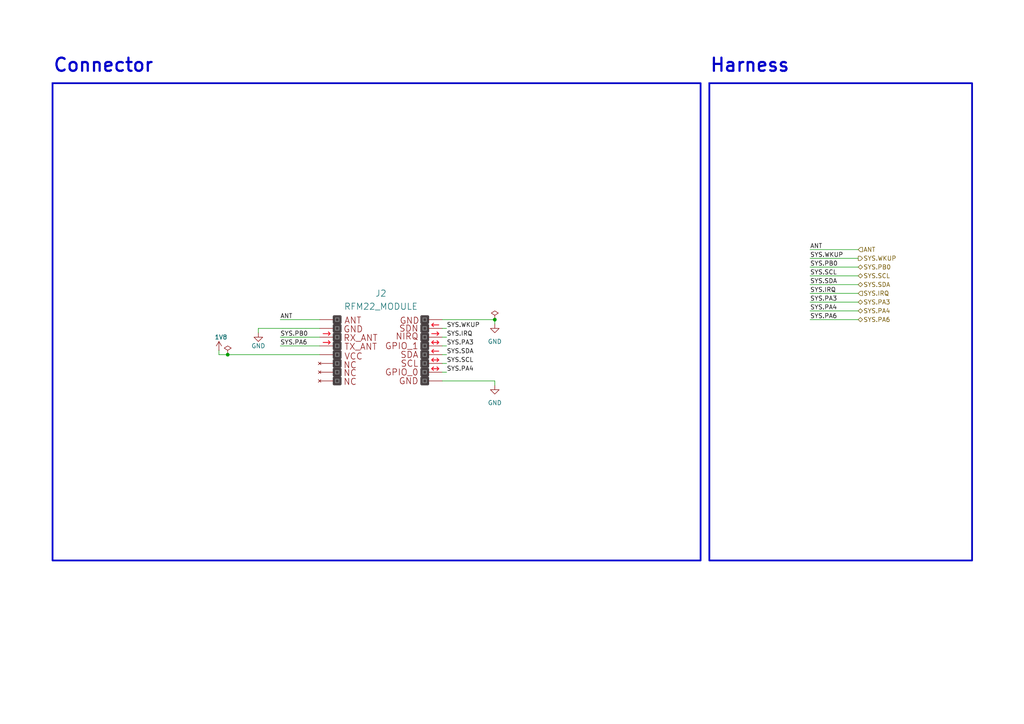
<source format=kicad_sch>
(kicad_sch (version 20250114) (generator "eeschema") (generator_version "9.0")
  (paper "A4")
  (title_block (title "WakeMod") (date "09.05.2025") (rev "v1.1") (company "D-ITET PBL") (comment 1 "Silvano Cortesi"))
  (lib_symbols
    (symbol "#sc:connector/RFM22_MODULE"
      (property "Reference" "J" (at -0.254 10.16 0))
      (property "Value" "RFM22_MODULE" (at 10.16 -13.97 0))
      (symbol "connector/RFM22_MODULE_1_0"
        (polyline (pts (xy -4.064 3.556) (xy -2.032 3.556) (xy -2.54 3.048)) (stroke (width 0.254) (color 238 14 34 1)))
        (polyline (pts (xy -4.064 1.016) (xy -2.032 1.016) (xy -2.54 0.508)) (stroke (width 0.254) (color 238 14 34 1)))
        (polyline (pts (xy -2.032 3.556) (xy -2.54 4.064)) (stroke (width 0.254) (color 238 14 34 1)))
        (polyline (pts (xy -2.032 1.016) (xy -2.54 1.524)) (stroke (width 0.254) (color 238 14 34 1)))
        (polyline (pts (xy -1.27 8.382) (xy -1.27 6.604) (xy -1.016 6.35) (xy 1.016 6.35) (xy 1.27 6.604) (xy 1.27 8.636) (xy 1.016 8.89) (xy -1.016 8.89) (xy -1.27 8.636) (xy -1.27 8.382)) (stroke (width -0.0001) (color 68 60 62 1)) (fill (type outline)))
        (polyline (pts (xy -1.27 5.842) (xy -1.27 4.064) (xy -1.016 3.81) (xy 1.016 3.81) (xy 1.27 4.064) (xy 1.27 6.096) (xy 1.016 6.35) (xy -1.016 6.35) (xy -1.27 6.096) (xy -1.27 5.842)) (stroke (width -0.0001) (color 68 60 62 1)) (fill (type outline)))
        (polyline (pts (xy -1.27 3.302) (xy -1.27 1.524) (xy -1.016 1.27) (xy 1.016 1.27) (xy 1.27 1.524) (xy 1.27 3.556) (xy 1.016 3.81) (xy -1.016 3.81) (xy -1.27 3.556) (xy -1.27 3.302)) (stroke (width -0.0001) (color 68 60 62 1)) (fill (type outline)))
        (polyline (pts (xy -1.27 0.762) (xy -1.27 -1.016) (xy -1.016 -1.27) (xy 1.016 -1.27) (xy 1.27 -1.016) (xy 1.27 1.016) (xy 1.016 1.27) (xy -1.016 1.27) (xy -1.27 1.016) (xy -1.27 0.762)) (stroke (width -0.0001) (color 68 60 62 1)) (fill (type outline)))
        (polyline (pts (xy -1.27 -1.778) (xy -1.27 -3.556) (xy -1.016 -3.81) (xy 1.016 -3.81) (xy 1.27 -3.556) (xy 1.27 -1.524) (xy 1.016 -1.27) (xy -1.016 -1.27) (xy -1.27 -1.524) (xy -1.27 -1.778)) (stroke (width -0.0001) (color 68 60 62 1)) (fill (type outline)))
        (polyline (pts (xy -1.27 -4.318) (xy -1.27 -6.096) (xy -1.016 -6.35) (xy 1.016 -6.35) (xy 1.27 -6.096) (xy 1.27 -4.064) (xy 1.016 -3.81) (xy -1.016 -3.81) (xy -1.27 -4.064) (xy -1.27 -4.318)) (stroke (width -0.0001) (color 68 60 62 1)) (fill (type outline)))
        (polyline (pts (xy -1.27 -6.858) (xy -1.27 -8.636) (xy -1.016 -8.89) (xy 1.016 -8.89) (xy 1.27 -8.636) (xy 1.27 -6.604) (xy 1.016 -6.35) (xy -1.016 -6.35) (xy -1.27 -6.604) (xy -1.27 -6.858)) (stroke (width -0.0001) (color 68 60 62 1)) (fill (type outline)))
        (polyline (pts (xy -1.27 -9.398) (xy -1.27 -11.176) (xy -1.016 -11.43) (xy 1.016 -11.43) (xy 1.27 -11.176) (xy 1.27 -9.144) (xy 1.016 -8.89) (xy -1.016 -8.89) (xy -1.27 -9.144) (xy -1.27 -9.398)) (stroke (width -0.0001) (color 68 60 62 1)) (fill (type outline)))
        (rectangle (start 0.508 8.128) (end -0.508 7.112) (stroke (width 0.254) (color 128 128 128 1)) (fill (type color) (color 255 255 255 1)))
        (rectangle (start 0.508 5.588) (end -0.508 4.572) (stroke (width 0.254) (color 128 128 128 1)) (fill (type color) (color 255 255 255 1)))
        (rectangle (start 0.508 3.048) (end -0.508 2.032) (stroke (width 0.254) (color 128 128 128 1)) (fill (type color) (color 255 255 255 1)))
        (rectangle (start 0.508 0.508) (end -0.508 -0.508) (stroke (width 0.254) (color 128 128 128 1)) (fill (type background)))
        (rectangle (start 0.508 -2.032) (end -0.508 -3.048) (stroke (width 0.254) (color 128 128 128 1)) (fill (type color) (color 255 255 255 1)))
        (rectangle (start 0.508 -4.572) (end -0.508 -5.588) (stroke (width 0.254) (color 128 128 128 1)) (fill (type color) (color 255 255 255 1)))
        (rectangle (start 0.508 -7.112) (end -0.508 -8.128) (stroke (width 0.254) (color 128 128 128 1)) (fill (type color) (color 255 255 255 1)))
        (rectangle (start 0.508 -9.652) (end -0.508 -10.668) (stroke (width 0.254) (color 128 128 128 1)) (fill (type color) (color 255 255 255 1)))
        (polyline (pts (xy 24.13 8.382) (xy 24.13 6.604) (xy 24.384 6.35) (xy 26.416 6.35) (xy 26.67 6.604) (xy 26.67 8.636) (xy 26.416 8.89) (xy 24.384 8.89) (xy 24.13 8.636) (xy 24.13 8.382)) (stroke (width -0.0001) (color 68 60 62 1)) (fill (type outline)))
        (polyline (pts (xy 24.13 5.842) (xy 24.13 4.064) (xy 24.384 3.81) (xy 26.416 3.81) (xy 26.67 4.064) (xy 26.67 6.096) (xy 26.416 6.35) (xy 24.384 6.35) (xy 24.13 6.096) (xy 24.13 5.842)) (stroke (width -0.0001) (color 68 60 62 1)) (fill (type outline)))
        (polyline (pts (xy 24.13 3.302) (xy 24.13 1.524) (xy 24.384 1.27) (xy 26.416 1.27) (xy 26.67 1.524) (xy 26.67 3.556) (xy 26.416 3.81) (xy 24.384 3.81) (xy 24.13 3.556) (xy 24.13 3.302)) (stroke (width -0.0001) (color 68 60 62 1)) (fill (type outline)))
        (polyline (pts (xy 24.13 0.762) (xy 24.13 -1.016) (xy 24.384 -1.27) (xy 26.416 -1.27) (xy 26.67 -1.016) (xy 26.67 1.016) (xy 26.416 1.27) (xy 24.384 1.27) (xy 24.13 1.016) (xy 24.13 0.762)) (stroke (width -0.0001) (color 68 60 62 1)) (fill (type outline)))
        (polyline (pts (xy 24.13 -1.778) (xy 24.13 -3.556) (xy 24.384 -3.81) (xy 26.416 -3.81) (xy 26.67 -3.556) (xy 26.67 -1.524) (xy 26.416 -1.27) (xy 24.384 -1.27) (xy 24.13 -1.524) (xy 24.13 -1.778)) (stroke (width -0.0001) (color 68 60 62 1)) (fill (type outline)))
        (polyline (pts (xy 24.13 -4.318) (xy 24.13 -6.096) (xy 24.384 -6.35) (xy 26.416 -6.35) (xy 26.67 -6.096) (xy 26.67 -4.064) (xy 26.416 -3.81) (xy 24.384 -3.81) (xy 24.13 -4.064) (xy 24.13 -4.318)) (stroke (width -0.0001) (color 68 60 62 1)) (fill (type outline)))
        (polyline (pts (xy 24.13 -6.858) (xy 24.13 -8.636) (xy 24.384 -8.89) (xy 26.416 -8.89) (xy 26.67 -8.636) (xy 26.67 -6.604) (xy 26.416 -6.35) (xy 24.384 -6.35) (xy 24.13 -6.604) (xy 24.13 -6.858)) (stroke (width -0.0001) (color 68 60 62 1)) (fill (type outline)))
        (polyline (pts (xy 24.13 -9.398) (xy 24.13 -11.176) (xy 24.384 -11.43) (xy 26.416 -11.43) (xy 26.67 -11.176) (xy 26.67 -9.144) (xy 26.416 -8.89) (xy 24.384 -8.89) (xy 24.13 -9.144) (xy 24.13 -9.398)) (stroke (width -0.0001) (color 68 60 62 1)) (fill (type outline)))
        (rectangle (start 25.908 8.128) (end 24.892 7.112) (stroke (width 0.254) (color 128 128 128 1)) (fill (type color) (color 255 255 255 1)))
        (rectangle (start 25.908 5.588) (end 24.892 4.572) (stroke (width 0.254) (color 128 128 128 1)) (fill (type color) (color 255 255 255 1)))
        (rectangle (start 25.908 3.048) (end 24.892 2.032) (stroke (width 0.254) (color 128 128 128 1)) (fill (type color) (color 255 255 255 1)))
        (rectangle (start 25.908 0.508) (end 24.892 -0.508) (stroke (width 0.254) (color 128 128 128 1)) (fill (type color) (color 255 255 255 1)))
        (rectangle (start 25.908 -2.032) (end 24.892 -3.048) (stroke (width 0.254) (color 128 128 128 1)) (fill (type color) (color 255 255 255 1)))
        (rectangle (start 25.908 -4.572) (end 24.892 -5.588) (stroke (width 0.254) (color 128 128 128 1)) (fill (type color) (color 255 255 255 1)))
        (rectangle (start 25.908 -7.112) (end 24.892 -8.128) (stroke (width 0.254) (color 128 128 128 1)) (fill (type color) (color 255 255 255 1)))
        (rectangle (start 25.908 -9.652) (end 24.892 -10.668) (stroke (width 0.254) (color 128 128 128 1)) (fill (type color) (color 255 255 255 1)))
        (polyline (pts (xy 27.432 6.096) (xy 27.94 6.604)) (stroke (width 0.254) (color 238 14 34 1)))
        (polyline (pts (xy 27.432 3.556) (xy 29.464 3.556) (xy 28.956 4.064)) (stroke (width 0.254) (color 238 14 34 1)))
        (polyline (pts (xy 27.432 1.016) (xy 27.94 0.508)) (stroke (width 0.254) (color 238 14 34 1)))
        (polyline (pts (xy 27.432 1.016) (xy 29.464 1.016) (xy 28.956 0.508)) (stroke (width 0.254) (color 238 14 34 1)))
        (polyline (pts (xy 27.432 -1.524) (xy 27.94 -1.016)) (stroke (width 0.254) (color 238 14 34 1)))
        (polyline (pts (xy 27.432 -4.064) (xy 27.94 -4.572)) (stroke (width 0.254) (color 238 14 34 1)))
        (polyline (pts (xy 27.432 -4.064) (xy 29.464 -4.064) (xy 28.956 -4.572)) (stroke (width 0.254) (color 238 14 34 1)))
        (polyline (pts (xy 27.432 -6.604) (xy 27.94 -7.112)) (stroke (width 0.254) (color 238 14 34 1)))
        (polyline (pts (xy 27.432 -6.604) (xy 29.464 -6.604) (xy 28.956 -7.112)) (stroke (width 0.254) (color 238 14 34 1)))
        (polyline (pts (xy 27.94 1.524) (xy 27.432 1.016)) (stroke (width 0.254) (color 238 14 34 1)))
        (polyline (pts (xy 27.94 -3.556) (xy 27.432 -4.064)) (stroke (width 0.254) (color 238 14 34 1)))
        (polyline (pts (xy 27.94 -6.096) (xy 27.432 -6.604)) (stroke (width 0.254) (color 238 14 34 1)))
        (polyline (pts (xy 29.464 6.096) (xy 27.432 6.096) (xy 27.94 5.588)) (stroke (width 0.254) (color 238 14 34 1)))
        (polyline (pts (xy 29.464 3.556) (xy 28.956 3.048)) (stroke (width 0.254) (color 238 14 34 1)))
        (polyline (pts (xy 29.464 1.016) (xy 28.956 1.524)) (stroke (width 0.254) (color 238 14 34 1)))
        (polyline (pts (xy 29.464 -1.524) (xy 27.432 -1.524) (xy 27.94 -2.032)) (stroke (width 0.254) (color 238 14 34 1)))
        (polyline (pts (xy 29.464 -4.064) (xy 28.956 -3.556)) (stroke (width 0.254) (color 238 14 34 1)))
        (polyline (pts (xy 29.464 -6.604) (xy 28.956 -6.096)) (stroke (width 0.254) (color 238 14 34 1)))
        (text "GND" (at 1.778 3.81 0) (effects (font (size 1.8288 1.8288)) (justify left bottom)))
        (text "RX_ANT" (at 1.778 1.27 0) (effects (font (size 1.8288 1.8288)) (justify left bottom)))
        (text "NC" (at 1.778 -6.604 0) (effects (font (size 1.8288 1.8288)) (justify left bottom)))
        (text "NC" (at 1.778 -8.89 0) (effects (font (size 1.8288 1.8288)) (justify left bottom)))
        (text "NC" (at 1.778 -11.43 0) (effects (font (size 1.8288 1.8288)) (justify left bottom)))
        (text "ANT" (at 2.032 6.35 0) (effects (font (size 1.8288 1.8288)) (justify left bottom)))
        (text "TX_ANT" (at 2.032 -1.27 0) (effects (font (size 1.8288 1.8288)) (justify left bottom)))
        (text "VCC" (at 2.032 -4.064 0) (effects (font (size 1.8288 1.8288)) (justify left bottom)))
        (text "SDN" (at 23.622 5.08 0) (effects (font (size 1.8288 1.8288)) (justify right)))
        (text "NIRQ" (at 23.622 2.794 0) (effects (font (size 1.8288 1.8288)) (justify right)))
        (text "GPIO_1" (at 23.622 0 0) (effects (font (size 1.8288 1.8288)) (justify right)))
        (text "SDA" (at 23.622 -2.54 0) (effects (font (size 1.8288 1.8288)) (justify right)))
        (text "SCL" (at 23.622 -5.08 0) (effects (font (size 1.8288 1.8288)) (justify right)))
        (text "GPIO_0" (at 23.622 -7.62 0) (effects (font (size 1.8288 1.8288)) (justify right)))
        (text "GND" (at 23.622 -10.16 0) (effects (font (size 1.8288 1.8288)) (justify right)))
        (text "GND" (at 23.876 7.366 0) (effects (font (size 1.8288 1.8288)) (justify right)))
        (pin passive line (at -5.08 7.62 0) (length 3.81) (name "ANT") (number "1"))
        (pin passive line (at -5.08 5.08 0) (length 3.81) (name "GND") (number "2"))
        (pin passive line (at -5.08 2.54 0) (length 3.81) (name "RX_ANT") (number "3"))
        (pin passive line (at -5.08 0 0) (length 3.81) (name "TX_ANT") (number "4"))
        (pin passive line (at -5.08 -2.54 0) (length 3.81) (name "VCC") (number "5"))
        (pin no_connect line (at -5.08 -5.08 0) (length 3.81) (name "NC") (number "6"))
        (pin no_connect line (at -5.08 -7.62 0) (length 3.81) (name "NC") (number "7"))
        (pin no_connect line (at -5.08 -10.16 0) (length 3.81) (name "NC") (number "8"))
        (pin passive line (at 30.48 7.62 180) (length 3.81) (name "GND") (number "16"))
        (pin passive line (at 30.48 5.08 180) (length 3.81) (name "SDN") (number "15"))
        (pin passive line (at 30.48 2.54 180) (length 3.81) (name "NIRQ") (number "14"))
        (pin bidirectional line (at 30.48 0 180) (length 3.81) (name "GPIO_4") (number "13"))
        (pin passive line (at 30.48 -2.54 180) (length 3.81) (name "SDA") (number "12"))
        (pin passive line (at 30.48 -5.08 180) (length 3.81) (name "SCL") (number "11"))
        (pin bidirectional line (at 30.48 -7.62 180) (length 3.81) (name "GPIO_3") (number "10"))
        (pin passive line (at 30.48 -10.16 180) (length 3.81) (name "GND") (number "9"))
      )
    )
    (symbol "power:+1V8" (power) (pin_numbers (hide yes)) (pin_names (offset 0) (hide yes))
      (property "Value" "+1V8" (at 0 3.556 0))
      (symbol "+1V8_0_1"
        (polyline (pts (xy -0.762 1.27) (xy 0 2.54)))
        (polyline (pts (xy 0 2.54) (xy 0.762 1.27)))
        (polyline (pts (xy 0 0) (xy 0 2.54)))
      )
      (symbol "+1V8_1_1"
        (pin power_in line (at 0 0 90) (length 0) (name "~") (number "1"))
      )
    )
    (symbol "power:GND" (power) (pin_numbers (hide yes)) (pin_names (offset 0) (hide yes))
      (property "Value" "GND" (at 0 -3.81 0))
      (symbol "GND_0_1"
        (polyline (pts (xy 0 0) (xy 0 -1.27) (xy 1.27 -1.27) (xy 0 -2.54) (xy -1.27 -1.27) (xy 0 -1.27)))
      )
      (symbol "GND_1_1"
        (pin power_in line (at 0 0 270) (length 0) (name "~") (number "1"))
      )
    )
    (symbol "power:PWR_FLAG" (power) (pin_numbers (hide yes)) (pin_names (offset 0) (hide yes))
      (property "Value" "PWR_FLAG" (at 0 3.81 0))
      (symbol "PWR_FLAG_0_0"
        (pin power_out line (at 0 0 90) (length 0) (name "~") (number "1"))
      )
      (symbol "PWR_FLAG_0_1"
        (polyline (pts (xy 0 0) (xy 0 1.27) (xy -1.016 1.905) (xy 0 2.54) (xy 1.016 1.905) (xy 0 1.27)))
      )
    )
  )
  (rectangle (start 205.74 24.13) (end 281.94 162.56) (stroke (width 0.508)))
  (rectangle (start 15.24 24.13) (end 203.2 162.56) (stroke (width 0.508)))
  (text "Harness" (at 205.74 19.05 0) (effects (font (size 3.81 3.81) (thickness 0.635)) (justify left)))
  (text "Connector" (at 15.24 19.05 0) (effects (font (size 3.81 3.81) (thickness 0.635)) (justify left)))
  (junction (at 66.04 102.87))
  (junction (at 143.51 92.71))
  (wire (pts (xy 143.51 93.98) (xy 143.51 92.71)))
  (wire (pts (xy 128.27 92.71) (xy 143.51 92.71)))
  (wire (pts (xy 234.95 77.47) (xy 248.92 77.47)))
  (wire (pts (xy 128.27 110.49) (xy 143.51 110.49)))
  (wire (pts (xy 63.5 101.6) (xy 63.5 102.87)))
  (wire (pts (xy 129.54 107.95) (xy 128.27 107.95)))
  (wire (pts (xy 234.95 74.93) (xy 248.92 74.93)))
  (wire (pts (xy 234.95 82.55) (xy 248.92 82.55)))
  (wire (pts (xy 129.54 97.79) (xy 128.27 97.79)))
  (wire (pts (xy 74.93 95.25) (xy 92.71 95.25)))
  (wire (pts (xy 129.54 102.87) (xy 128.27 102.87)))
  (wire (pts (xy 234.95 85.09) (xy 248.92 85.09)))
  (wire (pts (xy 81.28 92.71) (xy 92.71 92.71)))
  (wire (pts (xy 143.51 111.76) (xy 143.51 110.49)))
  (wire (pts (xy 129.54 105.41) (xy 128.27 105.41)))
  (wire (pts (xy 234.95 90.17) (xy 248.92 90.17)))
  (wire (pts (xy 81.28 97.79) (xy 92.71 97.79)))
  (wire (pts (xy 234.95 80.01) (xy 248.92 80.01)))
  (wire (pts (xy 129.54 95.25) (xy 128.27 95.25)))
  (wire (pts (xy 66.04 102.87) (xy 92.71 102.87)))
  (wire (pts (xy 234.95 87.63) (xy 248.92 87.63)))
  (wire (pts (xy 128.27 100.33) (xy 129.54 100.33)))
  (wire (pts (xy 74.93 96.52) (xy 74.93 95.25)))
  (wire (pts (xy 234.95 72.39) (xy 248.92 72.39)))
  (wire (pts (xy 81.28 100.33) (xy 92.71 100.33)))
  (wire (pts (xy 63.5 102.87) (xy 66.04 102.87)))
  (wire (pts (xy 234.95 92.71) (xy 248.92 92.71)))
  (label "SYS.PA4" (at 129.54 107.95 0))
  (label "SYS.WKUP" (at 129.54 95.25 0))
  (label "SYS.PA6" (at 81.28 100.33 0))
  (label "SYS.IRQ" (at 234.95 85.09 0))
  (label "SYS.PB0" (at 81.28 97.79 0))
  (label "SYS.SCL" (at 234.95 80.01 0))
  (label "SYS.PB0" (at 234.95 77.47 0))
  (label "SYS.SDA" (at 234.95 82.55 0))
  (label "SYS.SCL" (at 129.54 105.41 0))
  (label "SYS.IRQ" (at 129.54 97.79 0))
  (label "ANT" (at 81.28 92.71 0))
  (label "SYS.PA3" (at 129.54 100.33 0))
  (label "SYS.SDA" (at 129.54 102.87 0))
  (label "SYS.PA3" (at 234.95 87.63 0))
  (label "SYS.PA4" (at 234.95 90.17 0))
  (label "SYS.PA6" (at 234.95 92.71 0))
  (label "ANT" (at 234.95 72.39 0))
  (label "SYS.WKUP" (at 234.95 74.93 0))
  (hierarchical_label "SYS.SCL" (shape bidirectional) (at 248.92 80.01 0))
  (hierarchical_label "SYS.PA3" (shape bidirectional) (at 248.92 87.63 0))
  (hierarchical_label "SYS.IRQ" (shape input) (at 248.92 85.09 0))
  (hierarchical_label "SYS.PA6" (shape bidirectional) (at 248.92 92.71 0))
  (hierarchical_label "SYS.SDA" (shape bidirectional) (at 248.92 82.55 0))
  (hierarchical_label "SYS.WKUP" (shape output) (at 248.92 74.93 0))
  (hierarchical_label "ANT" (shape input) (at 248.92 72.39 0))
  (hierarchical_label "SYS.PB0" (shape bidirectional) (at 248.92 77.47 0))
  (hierarchical_label "SYS.PA4" (shape bidirectional) (at 248.92 90.17 0))
  (symbol (lib_id "power:GND") (at 143.51 93.98 0) (mirror y) (unit 1)
    (property "Reference" "#PWR034" (effects (hide yes)))
    (property "Value" "GND" (at 143.51 99.06 0))
    (property "Description" "Power symbol creates a global label with name \"GND\" , ground" (effects (hide yes)))
  )
  (symbol (lib_id "power:GND") (at 143.51 111.76 0) (unit 1)
    (property "Reference" "#PWR035" (effects (hide yes)))
    (property "Value" "GND" (at 143.51 116.84 0))
    (property "Description" "Power symbol creates a global label with name \"GND\" , ground" (effects (hide yes)))
  )
  (symbol (lib_id "#sc:connector/RFM22_MODULE") (at 97.79 100.33 0) (unit 1) (in_bom no)
    (property "Reference" "J2" (at 110.49 85.09 0) (effects (font (size 1.8288 1.8288))))
    (property "Value" "RFM22_MODULE" (at 110.49 88.9 0) (effects (font (size 1.8288 1.8288))))
    (property "Footprint" "sc-connector:RFM22_MODULE" (effects (hide yes)))
    (property "Description" "RFM22 Compatible Symbol (e.g. sensor tile)" (effects (hide yes)))
    (property "Manufacturer" "Silvano cortesi" (effects (hide yes)))
    (property "MPN" "RFM22_MODULE" (effects (hide yes)))
  )
  (symbol (lib_id "power:GND") (at 74.93 96.52 0) (mirror y) (unit 1)
    (property "Reference" "#PWR033" (effects (hide yes)))
    (property "Value" "GND" (at 74.93 100.33 0))
    (property "Description" "Power symbol creates a global label with name \"GND\" , ground" (effects (hide yes)))
  )
  (symbol (lib_id "power:PWR_FLAG") (at 143.51 92.71 0) (unit 1)
    (property "Reference" "#FLG02" (effects (hide yes)))
    (property "Value" "PWR_FLAG" (effects (hide yes)))
    (property "Description" "Special symbol for telling ERC where power comes from" (effects (hide yes)))
  )
  (symbol (lib_id "power:PWR_FLAG") (at 66.04 102.87 0) (unit 1)
    (property "Reference" "#FLG01" (effects (hide yes)))
    (property "Value" "PWR_FLAG" (effects (hide yes)))
    (property "Description" "Special symbol for telling ERC where power comes from" (effects (hide yes)))
  )
  (symbol (lib_id "power:+1V8") (at 63.5 101.6 0) (unit 1)
    (property "Reference" "#PWR032" (effects (hide yes)))
    (property "Value" "1V8" (at 62.23 97.79 0) (effects (justify left)))
    (property "Description" "Power symbol creates a global label with name \"+1V8\"" (effects (hide yes)))
  )
)
</source>
